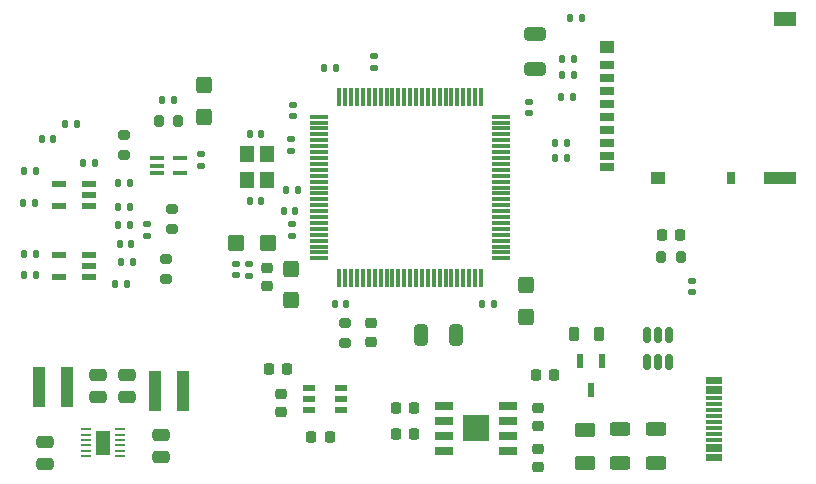
<source format=gbr>
%TF.GenerationSoftware,KiCad,Pcbnew,(5.99.0-8018-g9a0f685a75)*%
%TF.CreationDate,2021-02-23T23:23:08+00:00*%
%TF.ProjectId,CM4,434d342e-6b69-4636-9164-5f7063625858,rev?*%
%TF.SameCoordinates,Original*%
%TF.FileFunction,Paste,Top*%
%TF.FilePolarity,Positive*%
%FSLAX46Y46*%
G04 Gerber Fmt 4.6, Leading zero omitted, Abs format (unit mm)*
G04 Created by KiCad (PCBNEW (5.99.0-8018-g9a0f685a75)) date 2021-02-23 23:23:08*
%MOMM*%
%LPD*%
G01*
G04 APERTURE LIST*
G04 Aperture macros list*
%AMRoundRect*
0 Rectangle with rounded corners*
0 $1 Rounding radius*
0 $2 $3 $4 $5 $6 $7 $8 $9 X,Y pos of 4 corners*
0 Add a 4 corners polygon primitive as box body*
4,1,4,$2,$3,$4,$5,$6,$7,$8,$9,$2,$3,0*
0 Add four circle primitives for the rounded corners*
1,1,$1+$1,$2,$3,0*
1,1,$1+$1,$4,$5,0*
1,1,$1+$1,$6,$7,0*
1,1,$1+$1,$8,$9,0*
0 Add four rect primitives between the rounded corners*
20,1,$1+$1,$2,$3,$4,$5,0*
20,1,$1+$1,$4,$5,$6,$7,0*
20,1,$1+$1,$6,$7,$8,$9,0*
20,1,$1+$1,$8,$9,$2,$3,0*%
G04 Aperture macros list end*
%ADD10RoundRect,0.225000X-0.250000X0.225000X-0.250000X-0.225000X0.250000X-0.225000X0.250000X0.225000X0*%
%ADD11RoundRect,0.135000X-0.135000X-0.185000X0.135000X-0.185000X0.135000X0.185000X-0.135000X0.185000X0*%
%ADD12RoundRect,0.140000X-0.170000X0.140000X-0.170000X-0.140000X0.170000X-0.140000X0.170000X0.140000X0*%
%ADD13RoundRect,0.250000X0.325000X0.650000X-0.325000X0.650000X-0.325000X-0.650000X0.325000X-0.650000X0*%
%ADD14RoundRect,0.200000X0.200000X0.275000X-0.200000X0.275000X-0.200000X-0.275000X0.200000X-0.275000X0*%
%ADD15RoundRect,0.250000X0.625000X-0.375000X0.625000X0.375000X-0.625000X0.375000X-0.625000X-0.375000X0*%
%ADD16RoundRect,0.250000X-0.425000X0.450000X-0.425000X-0.450000X0.425000X-0.450000X0.425000X0.450000X0*%
%ADD17RoundRect,0.250000X0.425000X-0.450000X0.425000X0.450000X-0.425000X0.450000X-0.425000X-0.450000X0*%
%ADD18RoundRect,0.140000X-0.140000X-0.170000X0.140000X-0.170000X0.140000X0.170000X-0.140000X0.170000X0*%
%ADD19RoundRect,0.218750X0.256250X-0.218750X0.256250X0.218750X-0.256250X0.218750X-0.256250X-0.218750X0*%
%ADD20RoundRect,0.140000X0.140000X0.170000X-0.140000X0.170000X-0.140000X-0.170000X0.140000X-0.170000X0*%
%ADD21RoundRect,0.200000X-0.275000X0.200000X-0.275000X-0.200000X0.275000X-0.200000X0.275000X0.200000X0*%
%ADD22R,1.450000X0.300000*%
%ADD23RoundRect,0.250000X-0.475000X0.250000X-0.475000X-0.250000X0.475000X-0.250000X0.475000X0.250000X0*%
%ADD24RoundRect,0.250000X0.650000X-0.325000X0.650000X0.325000X-0.650000X0.325000X-0.650000X-0.325000X0*%
%ADD25RoundRect,0.135000X0.135000X0.185000X-0.135000X0.185000X-0.135000X-0.185000X0.135000X-0.185000X0*%
%ADD26RoundRect,0.150000X0.150000X-0.512500X0.150000X0.512500X-0.150000X0.512500X-0.150000X-0.512500X0*%
%ADD27RoundRect,0.250000X0.475000X-0.250000X0.475000X0.250000X-0.475000X0.250000X-0.475000X-0.250000X0*%
%ADD28RoundRect,0.225000X-0.225000X-0.250000X0.225000X-0.250000X0.225000X0.250000X-0.225000X0.250000X0*%
%ADD29RoundRect,0.218750X-0.218750X-0.256250X0.218750X-0.256250X0.218750X0.256250X-0.218750X0.256250X0*%
%ADD30R,0.980000X3.400000*%
%ADD31R,1.200000X1.400000*%
%ADD32RoundRect,0.140000X0.170000X-0.140000X0.170000X0.140000X-0.170000X0.140000X-0.170000X-0.140000X0*%
%ADD33R,1.200000X0.600000*%
%ADD34RoundRect,0.250000X-0.625000X0.312500X-0.625000X-0.312500X0.625000X-0.312500X0.625000X0.312500X0*%
%ADD35R,1.200000X0.400000*%
%ADD36RoundRect,0.225000X0.250000X-0.225000X0.250000X0.225000X-0.250000X0.225000X-0.250000X-0.225000X0*%
%ADD37RoundRect,0.135000X0.185000X-0.135000X0.185000X0.135000X-0.185000X0.135000X-0.185000X-0.135000X0*%
%ADD38RoundRect,0.250000X0.450000X0.425000X-0.450000X0.425000X-0.450000X-0.425000X0.450000X-0.425000X0*%
%ADD39RoundRect,0.075000X-0.725000X-0.075000X0.725000X-0.075000X0.725000X0.075000X-0.725000X0.075000X0*%
%ADD40RoundRect,0.075000X-0.075000X-0.725000X0.075000X-0.725000X0.075000X0.725000X-0.075000X0.725000X0*%
%ADD41R,0.600000X1.200000*%
%ADD42R,1.200000X0.700000*%
%ADD43R,0.800000X1.000000*%
%ADD44R,2.800000X1.000000*%
%ADD45R,1.900000X1.300000*%
%ADD46R,1.200000X1.000000*%
%ADD47R,1.525000X0.650000*%
%ADD48R,2.290000X2.290000*%
%ADD49RoundRect,0.225000X0.225000X0.250000X-0.225000X0.250000X-0.225000X-0.250000X0.225000X-0.250000X0*%
%ADD50R,1.000001X0.599999*%
%ADD51RoundRect,0.200000X0.275000X-0.200000X0.275000X0.200000X-0.275000X0.200000X-0.275000X-0.200000X0*%
%ADD52RoundRect,0.218750X-0.218750X-0.381250X0.218750X-0.381250X0.218750X0.381250X-0.218750X0.381250X0*%
%ADD53RoundRect,0.135000X-0.185000X0.135000X-0.185000X-0.135000X0.185000X-0.135000X0.185000X0.135000X0*%
%ADD54R,0.850000X0.250000*%
%ADD55R,1.310000X2.120000*%
G04 APERTURE END LIST*
D10*
%TO.C,C3*%
X141000000Y-109725000D03*
X141000000Y-111275000D03*
%TD*%
D11*
%TO.C,R12*%
X97390000Y-92400000D03*
X98410000Y-92400000D03*
%TD*%
D10*
%TO.C,C5*%
X141000000Y-113225000D03*
X141000000Y-114775000D03*
%TD*%
D12*
%TO.C,C12*%
X107900000Y-94220000D03*
X107900000Y-95180000D03*
%TD*%
D13*
%TO.C,C15*%
X134075000Y-103600000D03*
X131125000Y-103600000D03*
%TD*%
D14*
%TO.C,R15*%
X110575000Y-85500000D03*
X108925000Y-85500000D03*
%TD*%
D15*
%TO.C,F1*%
X145000000Y-114400000D03*
X145000000Y-111600000D03*
%TD*%
D16*
%TO.C,C25*%
X120142000Y-97964000D03*
X120142000Y-100664000D03*
%TD*%
D17*
%TO.C,C32*%
X112750000Y-85100000D03*
X112750000Y-82400000D03*
%TD*%
D12*
%TO.C,C18*%
X120100000Y-87020000D03*
X120100000Y-87980000D03*
%TD*%
D18*
%TO.C,C34*%
X143770000Y-76750000D03*
X144730000Y-76750000D03*
%TD*%
D19*
%TO.C,D2*%
X126900000Y-104187500D03*
X126900000Y-102612500D03*
%TD*%
D11*
%TO.C,R3*%
X105240000Y-99250000D03*
X106260000Y-99250000D03*
%TD*%
D12*
%TO.C,C17*%
X140300000Y-83820000D03*
X140300000Y-84780000D03*
%TD*%
D16*
%TO.C,C13*%
X140000000Y-99350000D03*
X140000000Y-102050000D03*
%TD*%
D20*
%TO.C,C16*%
X124780000Y-101000000D03*
X123820000Y-101000000D03*
%TD*%
D21*
%TO.C,R14*%
X110000000Y-92925000D03*
X110000000Y-94575000D03*
%TD*%
D11*
%TO.C,R10*%
X97490000Y-98500000D03*
X98510000Y-98500000D03*
%TD*%
D22*
%TO.C,J1*%
X155900000Y-114100000D03*
X155900000Y-113300000D03*
X155900000Y-111950000D03*
X155900000Y-110950000D03*
X155900000Y-110450000D03*
X155900000Y-109450000D03*
X155900000Y-108100000D03*
X155900000Y-107300000D03*
X155900000Y-107600000D03*
X155900000Y-108400000D03*
X155900000Y-108950000D03*
X155900000Y-109950000D03*
X155900000Y-111450000D03*
X155900000Y-112450000D03*
X155900000Y-113000000D03*
X155900000Y-113800000D03*
%TD*%
D23*
%TO.C,C9*%
X109100000Y-112050000D03*
X109100000Y-113950000D03*
%TD*%
D24*
%TO.C,C19*%
X140800000Y-81075000D03*
X140800000Y-78125000D03*
%TD*%
D25*
%TO.C,R20*%
X120710000Y-91300000D03*
X119690000Y-91300000D03*
%TD*%
D26*
%TO.C,U4*%
X150250000Y-105837500D03*
X151200000Y-105837500D03*
X152150000Y-105837500D03*
X152150000Y-103562500D03*
X151200000Y-103562500D03*
X150250000Y-103562500D03*
%TD*%
D27*
%TO.C,C8*%
X106200000Y-108850000D03*
X106200000Y-106950000D03*
%TD*%
D28*
%TO.C,C27*%
X121825000Y-112250000D03*
X123375000Y-112250000D03*
%TD*%
D27*
%TO.C,C6*%
X103800000Y-108850000D03*
X103800000Y-106950000D03*
%TD*%
D25*
%TO.C,R17*%
X144110000Y-80200000D03*
X143090000Y-80200000D03*
%TD*%
D29*
%TO.C,D3*%
X151500000Y-95100000D03*
X153075000Y-95100000D03*
%TD*%
D11*
%TO.C,R6*%
X100990000Y-85750000D03*
X102010000Y-85750000D03*
%TD*%
D25*
%TO.C,R19*%
X144110000Y-81600000D03*
X143090000Y-81600000D03*
%TD*%
D30*
%TO.C,L2*%
X108615000Y-108300000D03*
X110985000Y-108300000D03*
%TD*%
D20*
%TO.C,C30*%
X99980000Y-87000000D03*
X99020000Y-87000000D03*
%TD*%
D18*
%TO.C,C21*%
X122920000Y-81000000D03*
X123880000Y-81000000D03*
%TD*%
D31*
%TO.C,Y1*%
X116350000Y-88300000D03*
X116350000Y-90500000D03*
X118050000Y-90500000D03*
X118050000Y-88300000D03*
%TD*%
D25*
%TO.C,R23*%
X143510000Y-87300000D03*
X142490000Y-87300000D03*
%TD*%
D20*
%TO.C,C31*%
X110180000Y-83700000D03*
X109220000Y-83700000D03*
%TD*%
D19*
%TO.C,FB2*%
X118110000Y-99466500D03*
X118110000Y-97891500D03*
%TD*%
D11*
%TO.C,R4*%
X105490000Y-92750000D03*
X106510000Y-92750000D03*
%TD*%
D32*
%TO.C,C20*%
X120300000Y-85080000D03*
X120300000Y-84120000D03*
%TD*%
D23*
%TO.C,C7*%
X99300000Y-112650000D03*
X99300000Y-114550000D03*
%TD*%
D33*
%TO.C,IC3*%
X103000000Y-92700000D03*
X103000000Y-91750000D03*
X103000000Y-90800000D03*
X100500000Y-90800000D03*
X100500000Y-92700000D03*
%TD*%
D34*
%TO.C,R1*%
X151000000Y-111537500D03*
X151000000Y-114462500D03*
%TD*%
D25*
%TO.C,R9*%
X98510000Y-96750000D03*
X97490000Y-96750000D03*
%TD*%
D35*
%TO.C,IC5*%
X108800000Y-88600000D03*
X108800000Y-89250000D03*
X108800000Y-89900000D03*
X110700000Y-89900000D03*
X110700000Y-88600000D03*
%TD*%
D36*
%TO.C,C22*%
X119253000Y-110122000D03*
X119253000Y-108572000D03*
%TD*%
D12*
%TO.C,C26*%
X115443000Y-97564000D03*
X115443000Y-98524000D03*
%TD*%
D37*
%TO.C,R27*%
X127100000Y-81010000D03*
X127100000Y-79990000D03*
%TD*%
D32*
%TO.C,C50*%
X154100000Y-99980000D03*
X154100000Y-99020000D03*
%TD*%
D34*
%TO.C,R2*%
X148000000Y-111537500D03*
X148000000Y-114462500D03*
%TD*%
D18*
%TO.C,C48*%
X116620000Y-92200000D03*
X117580000Y-92200000D03*
%TD*%
D38*
%TO.C,C23*%
X118190000Y-95758000D03*
X115490000Y-95758000D03*
%TD*%
D14*
%TO.C,R28*%
X153125000Y-97000000D03*
X151475000Y-97000000D03*
%TD*%
D39*
%TO.C,U2*%
X122525000Y-85100000D03*
X122525000Y-85600000D03*
X122525000Y-86100000D03*
X122525000Y-86600000D03*
X122525000Y-87100000D03*
X122525000Y-87600000D03*
X122525000Y-88100000D03*
X122525000Y-88600000D03*
X122525000Y-89100000D03*
X122525000Y-89600000D03*
X122525000Y-90100000D03*
X122525000Y-90600000D03*
X122525000Y-91100000D03*
X122525000Y-91600000D03*
X122525000Y-92100000D03*
X122525000Y-92600000D03*
X122525000Y-93100000D03*
X122525000Y-93600000D03*
X122525000Y-94100000D03*
X122525000Y-94600000D03*
X122525000Y-95100000D03*
X122525000Y-95600000D03*
X122525000Y-96100000D03*
X122525000Y-96600000D03*
X122525000Y-97100000D03*
D40*
X124200000Y-98775000D03*
X124700000Y-98775000D03*
X125200000Y-98775000D03*
X125700000Y-98775000D03*
X126200000Y-98775000D03*
X126700000Y-98775000D03*
X127200000Y-98775000D03*
X127700000Y-98775000D03*
X128200000Y-98775000D03*
X128700000Y-98775000D03*
X129200000Y-98775000D03*
X129700000Y-98775000D03*
X130200000Y-98775000D03*
X130700000Y-98775000D03*
X131200000Y-98775000D03*
X131700000Y-98775000D03*
X132200000Y-98775000D03*
X132700000Y-98775000D03*
X133200000Y-98775000D03*
X133700000Y-98775000D03*
X134200000Y-98775000D03*
X134700000Y-98775000D03*
X135200000Y-98775000D03*
X135700000Y-98775000D03*
X136200000Y-98775000D03*
D39*
X137875000Y-97100000D03*
X137875000Y-96600000D03*
X137875000Y-96100000D03*
X137875000Y-95600000D03*
X137875000Y-95100000D03*
X137875000Y-94600000D03*
X137875000Y-94100000D03*
X137875000Y-93600000D03*
X137875000Y-93100000D03*
X137875000Y-92600000D03*
X137875000Y-92100000D03*
X137875000Y-91600000D03*
X137875000Y-91100000D03*
X137875000Y-90600000D03*
X137875000Y-90100000D03*
X137875000Y-89600000D03*
X137875000Y-89100000D03*
X137875000Y-88600000D03*
X137875000Y-88100000D03*
X137875000Y-87600000D03*
X137875000Y-87100000D03*
X137875000Y-86600000D03*
X137875000Y-86100000D03*
X137875000Y-85600000D03*
X137875000Y-85100000D03*
D40*
X136200000Y-83425000D03*
X135700000Y-83425000D03*
X135200000Y-83425000D03*
X134700000Y-83425000D03*
X134200000Y-83425000D03*
X133700000Y-83425000D03*
X133200000Y-83425000D03*
X132700000Y-83425000D03*
X132200000Y-83425000D03*
X131700000Y-83425000D03*
X131200000Y-83425000D03*
X130700000Y-83425000D03*
X130200000Y-83425000D03*
X129700000Y-83425000D03*
X129200000Y-83425000D03*
X128700000Y-83425000D03*
X128200000Y-83425000D03*
X127700000Y-83425000D03*
X127200000Y-83425000D03*
X126700000Y-83425000D03*
X126200000Y-83425000D03*
X125700000Y-83425000D03*
X125200000Y-83425000D03*
X124700000Y-83425000D03*
X124200000Y-83425000D03*
%TD*%
D11*
%TO.C,R11*%
X97490000Y-89700000D03*
X98510000Y-89700000D03*
%TD*%
D30*
%TO.C,L1*%
X101185000Y-108000000D03*
X98815000Y-108000000D03*
%TD*%
D41*
%TO.C,Q1*%
X146450000Y-105750000D03*
X144550000Y-105750000D03*
X145500000Y-108250000D03*
%TD*%
D25*
%TO.C,R5*%
X106700000Y-97400000D03*
X105680000Y-97400000D03*
%TD*%
D28*
%TO.C,C28*%
X118224000Y-106426000D03*
X119774000Y-106426000D03*
%TD*%
D32*
%TO.C,C33*%
X112500000Y-89250000D03*
X112500000Y-88290000D03*
%TD*%
D25*
%TO.C,R7*%
X106510000Y-94250000D03*
X105490000Y-94250000D03*
%TD*%
D42*
%TO.C,J4*%
X146875000Y-80725000D03*
X146875000Y-81825000D03*
X146875000Y-82925000D03*
X146875000Y-84025000D03*
X146875000Y-85125000D03*
X146875000Y-86225000D03*
X146875000Y-87325000D03*
X146875000Y-88425000D03*
X146875000Y-89375000D03*
D43*
X157375000Y-90325000D03*
D44*
X161525000Y-90325000D03*
D45*
X161975000Y-76825000D03*
D46*
X146875000Y-79175000D03*
X151175000Y-90325000D03*
%TD*%
D18*
%TO.C,C10*%
X105620000Y-95900000D03*
X106580000Y-95900000D03*
%TD*%
%TO.C,C29*%
X119520000Y-93091000D03*
X120480000Y-93091000D03*
%TD*%
D47*
%TO.C,IC1*%
X133038000Y-109595000D03*
X133038000Y-110865000D03*
X133038000Y-112135000D03*
X133038000Y-113405000D03*
X138462000Y-113405000D03*
X138462000Y-112135000D03*
X138462000Y-110865000D03*
X138462000Y-109595000D03*
D48*
X135750000Y-111500000D03*
%TD*%
D18*
%TO.C,C49*%
X116620000Y-86600000D03*
X117580000Y-86600000D03*
%TD*%
D25*
%TO.C,R8*%
X106510000Y-90700000D03*
X105490000Y-90700000D03*
%TD*%
D49*
%TO.C,C1*%
X130525000Y-109750000D03*
X128975000Y-109750000D03*
%TD*%
D18*
%TO.C,C11*%
X102540000Y-89000000D03*
X103500000Y-89000000D03*
%TD*%
D33*
%TO.C,IC2*%
X103000000Y-98700000D03*
X103000000Y-97750000D03*
X103000000Y-96800000D03*
X100500000Y-96800000D03*
X100500000Y-98700000D03*
%TD*%
D20*
%TO.C,C14*%
X137280000Y-101000000D03*
X136320000Y-101000000D03*
%TD*%
D25*
%TO.C,R22*%
X144010000Y-83400000D03*
X142990000Y-83400000D03*
%TD*%
D50*
%TO.C,U3*%
X121624999Y-108049999D03*
X121624999Y-109000000D03*
X121624999Y-109949998D03*
X124374999Y-109949998D03*
X124374999Y-109000000D03*
X124374999Y-108049999D03*
%TD*%
D51*
%TO.C,R16*%
X106000000Y-88325000D03*
X106000000Y-86675000D03*
%TD*%
D25*
%TO.C,R24*%
X143510000Y-88600000D03*
X142490000Y-88600000D03*
%TD*%
D49*
%TO.C,C4*%
X130525000Y-112000000D03*
X128975000Y-112000000D03*
%TD*%
D52*
%TO.C,FB1*%
X144037500Y-103500000D03*
X146162500Y-103500000D03*
%TD*%
D12*
%TO.C,C24*%
X120200000Y-94220000D03*
X120200000Y-95180000D03*
%TD*%
D28*
%TO.C,C2*%
X140825000Y-107000000D03*
X142375000Y-107000000D03*
%TD*%
D53*
%TO.C,R18*%
X116586000Y-97534000D03*
X116586000Y-98554000D03*
%TD*%
D54*
%TO.C,IC4*%
X102750000Y-111575000D03*
X102750000Y-112025000D03*
X102750000Y-112475000D03*
X102750000Y-112925000D03*
X102750000Y-113375000D03*
X102750000Y-113825000D03*
X105650000Y-113825000D03*
X105650000Y-113375000D03*
X105650000Y-112925000D03*
X105650000Y-112475000D03*
X105650000Y-112025000D03*
X105650000Y-111575000D03*
D55*
X104200000Y-112700000D03*
%TD*%
D51*
%TO.C,R21*%
X124700000Y-104225000D03*
X124700000Y-102575000D03*
%TD*%
D21*
%TO.C,R13*%
X109500000Y-97175000D03*
X109500000Y-98825000D03*
%TD*%
M02*

</source>
